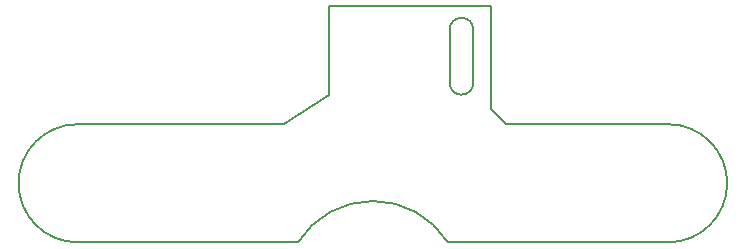
<source format=gko>
G04 Layer_Color=16711935*
%FSTAX24Y24*%
%MOIN*%
G70*
G01*
G75*
%ADD16C,0.0050*%
D16*
X039961Y029552D02*
G03*
X037993Y03152I-001969J0D01*
G01*
X018307D02*
G03*
X016339Y029552I0J-001969D01*
G01*
X037993Y027583D02*
G03*
X039961Y029552I-0J001969D01*
G01*
X016339D02*
G03*
X018307Y027583I001969J0D01*
G01*
X030648Y027583D02*
G03*
X025652Y027583I-002498J-001575D01*
G01*
X030709Y032898D02*
G03*
X031496Y032898I000394J0D01*
G01*
Y03467D02*
G03*
X030709Y03467I-000394J0D01*
G01*
X026674Y035457D02*
X030217D01*
X032579Y03152D02*
X037993D01*
X018307D02*
X025197D01*
X026674Y032505D01*
X018307Y027583D02*
X025652D01*
X030648D02*
X037993D01*
X026674Y032505D02*
Y035457D01*
X032087Y032013D02*
Y034965D01*
Y032013D02*
X032579Y03152D01*
X031496Y032898D02*
Y03467D01*
X030709Y032898D02*
Y03467D01*
X032579Y03152D02*
X033071D01*
X032087Y034965D02*
Y035457D01*
X030217D02*
X032087D01*
M02*

</source>
